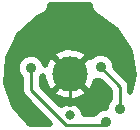
<source format=gbl>
G04 (created by PCBNEW (2013-jul-07)-stable) date Sun 26 Apr 2015 15:04:57 BST*
%MOIN*%
G04 Gerber Fmt 3.4, Leading zero omitted, Abs format*
%FSLAX34Y34*%
G01*
G70*
G90*
G04 APERTURE LIST*
%ADD10C,0.00590551*%
%ADD11C,0.11811*%
%ADD12C,0.0314961*%
%ADD13C,0.035*%
%ADD14C,0.01*%
%ADD15C,0.019685*%
G04 APERTURE END LIST*
G54D10*
G54D11*
X19685Y-19685D03*
G54D12*
X19685Y-21062D03*
G54D13*
X19685Y-20620D03*
X20698Y-19461D03*
X21342Y-20852D03*
X18391Y-19494D03*
X20865Y-21273D03*
G54D14*
X19685Y-19685D02*
X19685Y-20620D01*
X21342Y-20105D02*
X21342Y-20852D01*
X20698Y-19461D02*
X21342Y-20105D01*
X20768Y-21370D02*
X20865Y-21273D01*
X19540Y-21370D02*
X20768Y-21370D01*
X18391Y-20221D02*
X19540Y-21370D01*
X18391Y-19494D02*
X18391Y-20221D01*
G54D10*
G36*
X21813Y-19726D02*
X21687Y-20299D01*
X21687Y-20105D01*
X21661Y-19973D01*
X21661Y-19973D01*
X21586Y-19861D01*
X21169Y-19443D01*
X21169Y-19368D01*
X21097Y-19195D01*
X20965Y-19063D01*
X20792Y-18991D01*
X20605Y-18991D01*
X20432Y-19063D01*
X20363Y-19132D01*
X20274Y-19097D01*
X20272Y-19100D01*
X20272Y-19095D01*
X20216Y-18950D01*
X19895Y-18803D01*
X19541Y-18790D01*
X19210Y-18913D01*
X19153Y-18950D01*
X19097Y-19095D01*
X19685Y-19682D01*
X20272Y-19095D01*
X20272Y-19100D01*
X19687Y-19685D01*
X20274Y-20272D01*
X20419Y-20216D01*
X20558Y-19912D01*
X20604Y-19932D01*
X20680Y-19932D01*
X20997Y-20248D01*
X20997Y-20532D01*
X20944Y-20585D01*
X20872Y-20758D01*
X20872Y-20803D01*
X20771Y-20803D01*
X20599Y-20874D01*
X20466Y-21007D01*
X20459Y-21025D01*
X20272Y-21025D01*
X20272Y-20274D01*
X19685Y-19687D01*
X19097Y-20274D01*
X19153Y-20419D01*
X19474Y-20566D01*
X19828Y-20580D01*
X20159Y-20457D01*
X20216Y-20419D01*
X20272Y-20274D01*
X20272Y-21025D01*
X20137Y-21025D01*
X20137Y-20973D01*
X20069Y-20806D01*
X19941Y-20679D01*
X19775Y-20610D01*
X19595Y-20610D01*
X19428Y-20678D01*
X19382Y-20724D01*
X18736Y-20078D01*
X18736Y-19813D01*
X18789Y-19760D01*
X18792Y-19752D01*
X18790Y-19828D01*
X18913Y-20159D01*
X18950Y-20216D01*
X19095Y-20272D01*
X19682Y-19685D01*
X19095Y-19097D01*
X18950Y-19153D01*
X18849Y-19373D01*
X18789Y-19228D01*
X18657Y-19095D01*
X18485Y-19023D01*
X18297Y-19023D01*
X18125Y-19095D01*
X17992Y-19227D01*
X17920Y-19400D01*
X17920Y-19587D01*
X17992Y-19760D01*
X18045Y-19813D01*
X18045Y-20221D01*
X18072Y-20353D01*
X18146Y-20465D01*
X19019Y-21338D01*
X18330Y-21338D01*
X17826Y-20768D01*
X17553Y-19975D01*
X17604Y-19137D01*
X17972Y-18382D01*
X18618Y-17811D01*
X18744Y-17747D01*
X18821Y-17731D01*
X18923Y-17663D01*
X18991Y-17561D01*
X19015Y-17440D01*
X19015Y-17401D01*
X19685Y-17401D01*
X20354Y-17401D01*
X20354Y-17440D01*
X20359Y-17468D01*
X20359Y-17496D01*
X20371Y-17527D01*
X20378Y-17561D01*
X20393Y-17584D01*
X20403Y-17610D01*
X20427Y-17635D01*
X20446Y-17663D01*
X20469Y-17679D01*
X20489Y-17699D01*
X21220Y-18209D01*
X21668Y-18909D01*
X21813Y-19726D01*
X21813Y-19726D01*
G37*
G54D15*
X21813Y-19726D02*
X21687Y-20299D01*
X21687Y-20105D01*
X21661Y-19973D01*
X21661Y-19973D01*
X21586Y-19861D01*
X21169Y-19443D01*
X21169Y-19368D01*
X21097Y-19195D01*
X20965Y-19063D01*
X20792Y-18991D01*
X20605Y-18991D01*
X20432Y-19063D01*
X20363Y-19132D01*
X20274Y-19097D01*
X20272Y-19100D01*
X20272Y-19095D01*
X20216Y-18950D01*
X19895Y-18803D01*
X19541Y-18790D01*
X19210Y-18913D01*
X19153Y-18950D01*
X19097Y-19095D01*
X19685Y-19682D01*
X20272Y-19095D01*
X20272Y-19100D01*
X19687Y-19685D01*
X20274Y-20272D01*
X20419Y-20216D01*
X20558Y-19912D01*
X20604Y-19932D01*
X20680Y-19932D01*
X20997Y-20248D01*
X20997Y-20532D01*
X20944Y-20585D01*
X20872Y-20758D01*
X20872Y-20803D01*
X20771Y-20803D01*
X20599Y-20874D01*
X20466Y-21007D01*
X20459Y-21025D01*
X20272Y-21025D01*
X20272Y-20274D01*
X19685Y-19687D01*
X19097Y-20274D01*
X19153Y-20419D01*
X19474Y-20566D01*
X19828Y-20580D01*
X20159Y-20457D01*
X20216Y-20419D01*
X20272Y-20274D01*
X20272Y-21025D01*
X20137Y-21025D01*
X20137Y-20973D01*
X20069Y-20806D01*
X19941Y-20679D01*
X19775Y-20610D01*
X19595Y-20610D01*
X19428Y-20678D01*
X19382Y-20724D01*
X18736Y-20078D01*
X18736Y-19813D01*
X18789Y-19760D01*
X18792Y-19752D01*
X18790Y-19828D01*
X18913Y-20159D01*
X18950Y-20216D01*
X19095Y-20272D01*
X19682Y-19685D01*
X19095Y-19097D01*
X18950Y-19153D01*
X18849Y-19373D01*
X18789Y-19228D01*
X18657Y-19095D01*
X18485Y-19023D01*
X18297Y-19023D01*
X18125Y-19095D01*
X17992Y-19227D01*
X17920Y-19400D01*
X17920Y-19587D01*
X17992Y-19760D01*
X18045Y-19813D01*
X18045Y-20221D01*
X18072Y-20353D01*
X18146Y-20465D01*
X19019Y-21338D01*
X18330Y-21338D01*
X17826Y-20768D01*
X17553Y-19975D01*
X17604Y-19137D01*
X17972Y-18382D01*
X18618Y-17811D01*
X18744Y-17747D01*
X18821Y-17731D01*
X18923Y-17663D01*
X18991Y-17561D01*
X19015Y-17440D01*
X19015Y-17401D01*
X19685Y-17401D01*
X20354Y-17401D01*
X20354Y-17440D01*
X20359Y-17468D01*
X20359Y-17496D01*
X20371Y-17527D01*
X20378Y-17561D01*
X20393Y-17584D01*
X20403Y-17610D01*
X20427Y-17635D01*
X20446Y-17663D01*
X20469Y-17679D01*
X20489Y-17699D01*
X21220Y-18209D01*
X21668Y-18909D01*
X21813Y-19726D01*
M02*

</source>
